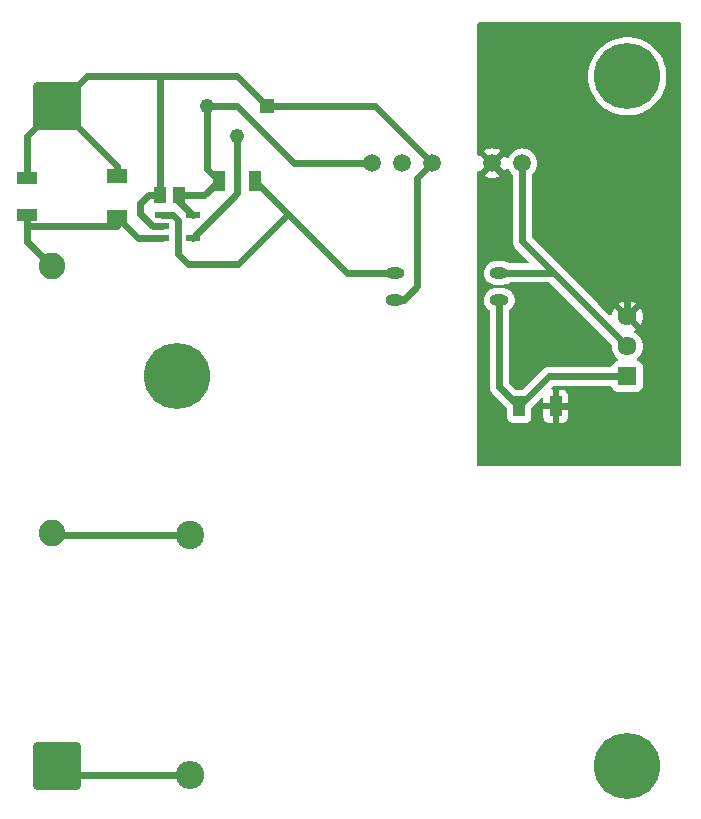
<source format=gbr>
%TF.GenerationSoftware,KiCad,Pcbnew,(6.0.8)*%
%TF.CreationDate,2023-01-11T15:10:28+01:00*%
%TF.ProjectId,TSAL_Voltage_Sensor,5453414c-5f56-46f6-9c74-6167655f5365,rev?*%
%TF.SameCoordinates,Original*%
%TF.FileFunction,Copper,L1,Top*%
%TF.FilePolarity,Positive*%
%FSLAX46Y46*%
G04 Gerber Fmt 4.6, Leading zero omitted, Abs format (unit mm)*
G04 Created by KiCad (PCBNEW (6.0.8)) date 2023-01-11 15:10:28*
%MOMM*%
%LPD*%
G01*
G04 APERTURE LIST*
G04 Aperture macros list*
%AMRoundRect*
0 Rectangle with rounded corners*
0 $1 Rounding radius*
0 $2 $3 $4 $5 $6 $7 $8 $9 X,Y pos of 4 corners*
0 Add a 4 corners polygon primitive as box body*
4,1,4,$2,$3,$4,$5,$6,$7,$8,$9,$2,$3,0*
0 Add four circle primitives for the rounded corners*
1,1,$1+$1,$2,$3*
1,1,$1+$1,$4,$5*
1,1,$1+$1,$6,$7*
1,1,$1+$1,$8,$9*
0 Add four rect primitives between the rounded corners*
20,1,$1+$1,$2,$3,$4,$5,0*
20,1,$1+$1,$4,$5,$6,$7,0*
20,1,$1+$1,$6,$7,$8,$9,0*
20,1,$1+$1,$8,$9,$2,$3,0*%
G04 Aperture macros list end*
%TA.AperFunction,ComponentPad*%
%ADD10R,1.217000X1.217000*%
%TD*%
%TA.AperFunction,ComponentPad*%
%ADD11C,1.217000*%
%TD*%
%TA.AperFunction,ComponentPad*%
%ADD12C,5.600000*%
%TD*%
%TA.AperFunction,SMDPad,CuDef*%
%ADD13R,1.700000X1.300000*%
%TD*%
%TA.AperFunction,SMDPad,CuDef*%
%ADD14O,1.600000X0.950000*%
%TD*%
%TA.AperFunction,SMDPad,CuDef*%
%ADD15R,1.150000X0.600000*%
%TD*%
%TA.AperFunction,SMDPad,CuDef*%
%ADD16R,1.050000X1.800000*%
%TD*%
%TA.AperFunction,ComponentPad*%
%ADD17R,1.610000X1.610000*%
%TD*%
%TA.AperFunction,ComponentPad*%
%ADD18C,1.610000*%
%TD*%
%TA.AperFunction,ComponentPad*%
%ADD19RoundRect,0.250000X-1.750000X-1.750000X1.750000X-1.750000X1.750000X1.750000X-1.750000X1.750000X0*%
%TD*%
%TA.AperFunction,SMDPad,CuDef*%
%ADD20R,1.800000X1.050000*%
%TD*%
%TA.AperFunction,ComponentPad*%
%ADD21C,2.250000*%
%TD*%
%TA.AperFunction,SMDPad,CuDef*%
%ADD22R,1.070000X1.470000*%
%TD*%
%TA.AperFunction,ComponentPad*%
%ADD23C,2.400000*%
%TD*%
%TA.AperFunction,ComponentPad*%
%ADD24O,2.400000X2.400000*%
%TD*%
%TA.AperFunction,ComponentPad*%
%ADD25C,1.500000*%
%TD*%
%TA.AperFunction,Conductor*%
%ADD26C,0.600000*%
%TD*%
G04 APERTURE END LIST*
D10*
%TO.P,RV1,1,CCW*%
%TO.N,0*%
X101600000Y-63500000D03*
D11*
%TO.P,RV1,2,WIPER*%
%TO.N,Net-(CP1-Pad4)*%
X99060000Y-66040000D03*
%TO.P,RV1,3,CW*%
%TO.N,+5V*%
X96520000Y-63500000D03*
%TD*%
D12*
%TO.P,REF\u002A\u002A,1*%
%TO.N,N/C*%
X93980000Y-86360000D03*
%TD*%
D13*
%TO.P,Z1,1*%
%TO.N,Net-(CP1-Pad3)*%
X88900000Y-72870000D03*
%TO.P,Z1,2*%
%TO.N,0*%
X88900000Y-69370000D03*
%TD*%
D12*
%TO.P,,1*%
%TO.N,N/C*%
X132080000Y-119380000D03*
%TD*%
D14*
%TO.P,K1,1,+_CONTROL*%
%TO.N,Comp*%
X112440000Y-77597000D03*
%TO.P,K1,2,-_CONTROL*%
%TO.N,0*%
X112440000Y-79883000D03*
%TO.P,K1,3,LOAD_1*%
%TO.N,Exit*%
X121240000Y-79883000D03*
%TO.P,K1,4,LOAD_2*%
%TO.N,+5VA*%
X121240000Y-77597000D03*
%TD*%
D15*
%TO.P,CP1,1,OUT*%
%TO.N,Comp*%
X92680000Y-72710000D03*
%TO.P,CP1,2,VCC-*%
%TO.N,0*%
X92680000Y-73660000D03*
%TO.P,CP1,3,IN-*%
%TO.N,Net-(CP1-Pad3)*%
X92680000Y-74610000D03*
%TO.P,CP1,4,IN+*%
%TO.N,Net-(CP1-Pad4)*%
X95280000Y-74610000D03*
%TO.P,CP1,5,VCC+*%
%TO.N,+5V*%
X95280000Y-72710000D03*
%TD*%
D16*
%TO.P,R7,1*%
%TO.N,GND*%
X126010000Y-88900000D03*
%TO.P,R7,2*%
%TO.N,Exit*%
X122910000Y-88900000D03*
%TD*%
D17*
%TO.P,J1,1,1*%
%TO.N,Exit*%
X132080000Y-86360000D03*
D18*
%TO.P,J1,2,2*%
%TO.N,+5VA*%
X132080000Y-83820000D03*
%TO.P,J1,3,3*%
%TO.N,GND*%
X132080000Y-81280000D03*
%TD*%
D19*
%TO.P,TP2,1,1*%
%TO.N,0*%
X83820000Y-63500000D03*
%TD*%
%TO.P,TP1,1,1*%
%TO.N,+BATT*%
X83820000Y-119380000D03*
%TD*%
D20*
%TO.P,R5,1*%
%TO.N,0*%
X81280000Y-69570000D03*
%TO.P,R5,2*%
%TO.N,Net-(CP1-Pad3)*%
X81280000Y-72670000D03*
%TD*%
D21*
%TO.P,F1,1*%
%TO.N,Net-(F1-Pad1)*%
X83339117Y-99600885D03*
%TO.P,F1,2*%
%TO.N,Net-(CP1-Pad3)*%
X83339117Y-77000885D03*
%TD*%
D16*
%TO.P,R6,1*%
%TO.N,Comp*%
X100585212Y-69799441D03*
%TO.P,R6,2*%
%TO.N,+5V*%
X97485212Y-69799441D03*
%TD*%
D22*
%TO.P,C1,1*%
%TO.N,0*%
X92507966Y-71013855D03*
%TO.P,C1,2*%
%TO.N,+5V*%
X94147966Y-71013855D03*
%TD*%
D12*
%TO.P,,1*%
%TO.N,N/C*%
X132080000Y-60960000D03*
%TD*%
D23*
%TO.P,R1,1*%
%TO.N,Net-(F1-Pad1)*%
X95085306Y-99757822D03*
D24*
%TO.P,R1,2*%
%TO.N,+BATT*%
X95085306Y-120077822D03*
%TD*%
D25*
%TO.P,PS1,1,VIN*%
%TO.N,+5VA*%
X123190000Y-68315000D03*
%TO.P,PS1,2,GND*%
%TO.N,GND*%
X120650000Y-68315000D03*
%TO.P,PS1,4,0V*%
%TO.N,0*%
X115570000Y-68315000D03*
%TO.P,PS1,5,NO_PIN*%
%TO.N,unconnected-(PS1-Pad5)*%
X113030000Y-68315000D03*
%TO.P,PS1,6,+VO*%
%TO.N,+5V*%
X110490000Y-68315000D03*
%TD*%
D26*
%TO.N,Comp*%
X103296306Y-72510535D02*
X100585212Y-69799441D01*
X94882187Y-76857634D02*
X99137991Y-76857634D01*
X92680000Y-72710000D02*
X93605000Y-72710000D01*
X103296306Y-72699319D02*
X103296306Y-72510535D01*
X112440000Y-77597000D02*
X108382771Y-77597000D01*
X93995868Y-75971315D02*
X94882187Y-76857634D01*
X93995868Y-73100868D02*
X93995868Y-75971315D01*
X99137991Y-76857634D02*
X103296306Y-72699319D01*
X93605000Y-72710000D02*
X93995868Y-73100868D01*
X108382771Y-77597000D02*
X100585212Y-69799441D01*
%TO.N,0*%
X110755000Y-63500000D02*
X115570000Y-68315000D01*
X114300000Y-78740000D02*
X113157000Y-79883000D01*
X88900000Y-68580000D02*
X88900000Y-69370000D01*
X92646125Y-60960000D02*
X86360000Y-60960000D01*
X113157000Y-79883000D02*
X112440000Y-79883000D01*
X91567565Y-70988805D02*
X92482916Y-70988805D01*
X83820000Y-63500000D02*
X88900000Y-68580000D01*
X83820000Y-63500000D02*
X81280000Y-66040000D01*
X92507966Y-61098159D02*
X92646125Y-60960000D01*
X101600000Y-63500000D02*
X99060000Y-60960000D01*
X115570000Y-68315000D02*
X114300000Y-69585000D01*
X92680000Y-73660000D02*
X91899028Y-73660000D01*
X86360000Y-60960000D02*
X83820000Y-63500000D01*
X81280000Y-66040000D02*
X81280000Y-69570000D01*
X92507966Y-71013855D02*
X92507966Y-61098159D01*
X114300000Y-69585000D02*
X114300000Y-78740000D01*
X90846148Y-72607120D02*
X90846148Y-71710222D01*
X99060000Y-60960000D02*
X92646125Y-60960000D01*
X91899028Y-73660000D02*
X90846148Y-72607120D01*
X90846148Y-71710222D02*
X91567565Y-70988805D01*
X101600000Y-63500000D02*
X110755000Y-63500000D01*
%TO.N,Net-(CP1-Pad3)*%
X88900000Y-72870000D02*
X90640000Y-74610000D01*
X88900000Y-73660000D02*
X81280000Y-73660000D01*
X81280000Y-72670000D02*
X81280000Y-73660000D01*
X88900000Y-72870000D02*
X88900000Y-73660000D01*
X83339117Y-77000885D02*
X81280000Y-74941768D01*
X81280000Y-74941768D02*
X81280000Y-72670000D01*
X90640000Y-74610000D02*
X92680000Y-74610000D01*
%TO.N,+5V*%
X96270798Y-71013855D02*
X97485212Y-69799441D01*
X110490000Y-68315000D02*
X103875000Y-68315000D01*
X94147966Y-71577966D02*
X95280000Y-72710000D01*
X99060000Y-63500000D02*
X96520000Y-63500000D01*
X94147966Y-71013855D02*
X96270798Y-71013855D01*
X96520000Y-63500000D02*
X96520000Y-68834229D01*
X103875000Y-68315000D02*
X99060000Y-63500000D01*
X96520000Y-68834229D02*
X97485212Y-69799441D01*
X94147966Y-71013855D02*
X94147966Y-71577966D01*
%TO.N,Exit*%
X121240000Y-79883000D02*
X121240000Y-87230000D01*
X132080000Y-86360000D02*
X125450000Y-86360000D01*
X121240000Y-87230000D02*
X122910000Y-88900000D01*
X125450000Y-86360000D02*
X122910000Y-88900000D01*
%TO.N,+5VA*%
X121240000Y-77597000D02*
X125857000Y-77597000D01*
X125857000Y-77597000D02*
X132080000Y-83820000D01*
X123190000Y-74930000D02*
X125857000Y-77597000D01*
X123190000Y-68315000D02*
X123190000Y-74930000D01*
%TO.N,GND*%
X127000000Y-66040000D02*
X132080000Y-71120000D01*
X132150000Y-88900000D02*
X134620000Y-86430000D01*
X134620000Y-86430000D02*
X134620000Y-83820000D01*
X121152500Y-67812500D02*
X122925000Y-66040000D01*
X122925000Y-66040000D02*
X127000000Y-66040000D01*
X134620000Y-83820000D02*
X132080000Y-81280000D01*
X120650000Y-68315000D02*
X121152500Y-67812500D01*
X132080000Y-71120000D02*
X132080000Y-81280000D01*
X126010000Y-88900000D02*
X132150000Y-88900000D01*
%TO.N,+BATT*%
X84517822Y-120077822D02*
X95085306Y-120077822D01*
%TO.N,Net-(CP1-Pad4)*%
X99060000Y-70830000D02*
X99060000Y-66040000D01*
X95280000Y-74610000D02*
X99060000Y-70830000D01*
%TO.N,Net-(F1-Pad1)*%
X95085306Y-99757822D02*
X83496054Y-99757822D01*
%TD*%
%TA.AperFunction,Conductor*%
%TO.N,GND*%
G36*
X136593621Y-56408502D02*
G01*
X136640114Y-56462158D01*
X136651500Y-56514500D01*
X136651500Y-93854000D01*
X136631498Y-93922121D01*
X136577842Y-93968614D01*
X136525500Y-93980000D01*
X119506000Y-93980000D01*
X119437879Y-93959998D01*
X119391386Y-93906342D01*
X119380000Y-93854000D01*
X119380000Y-79931292D01*
X119927608Y-79931292D01*
X119957486Y-80128848D01*
X119959689Y-80134835D01*
X119959689Y-80134836D01*
X119980113Y-80190348D01*
X120026477Y-80316361D01*
X120131765Y-80486172D01*
X120269047Y-80631344D01*
X120274271Y-80635002D01*
X120274277Y-80635007D01*
X120377770Y-80707473D01*
X120422099Y-80762930D01*
X120431500Y-80810686D01*
X120431500Y-87220786D01*
X120431493Y-87222106D01*
X120430549Y-87312221D01*
X120439711Y-87354597D01*
X120441769Y-87367163D01*
X120446603Y-87410255D01*
X120448919Y-87416906D01*
X120448920Y-87416910D01*
X120457633Y-87441930D01*
X120461796Y-87456742D01*
X120464987Y-87471498D01*
X120468881Y-87489510D01*
X120487208Y-87528813D01*
X120491990Y-87540589D01*
X120506255Y-87581552D01*
X120509989Y-87587527D01*
X120509990Y-87587530D01*
X120524027Y-87609995D01*
X120531366Y-87623512D01*
X120541049Y-87644276D01*
X120545538Y-87653902D01*
X120549855Y-87659467D01*
X120549856Y-87659469D01*
X120572106Y-87688153D01*
X120579402Y-87698612D01*
X120602374Y-87735376D01*
X120607334Y-87740371D01*
X120607335Y-87740372D01*
X120630976Y-87764179D01*
X120631561Y-87764804D01*
X120632078Y-87765470D01*
X120658066Y-87791458D01*
X120730185Y-87864082D01*
X120731222Y-87864740D01*
X120732451Y-87865843D01*
X121839595Y-88972986D01*
X121873620Y-89035298D01*
X121876500Y-89062081D01*
X121876500Y-89848134D01*
X121883255Y-89910316D01*
X121934385Y-90046705D01*
X122021739Y-90163261D01*
X122138295Y-90250615D01*
X122274684Y-90301745D01*
X122336866Y-90308500D01*
X123483134Y-90308500D01*
X123545316Y-90301745D01*
X123681705Y-90250615D01*
X123798261Y-90163261D01*
X123885615Y-90046705D01*
X123936745Y-89910316D01*
X123943500Y-89848134D01*
X123943500Y-89844669D01*
X124977001Y-89844669D01*
X124977371Y-89851490D01*
X124982895Y-89902352D01*
X124986521Y-89917604D01*
X125031676Y-90038054D01*
X125040214Y-90053649D01*
X125116715Y-90155724D01*
X125129276Y-90168285D01*
X125231351Y-90244786D01*
X125246946Y-90253324D01*
X125367394Y-90298478D01*
X125382649Y-90302105D01*
X125433514Y-90307631D01*
X125440328Y-90308000D01*
X125737885Y-90308000D01*
X125753124Y-90303525D01*
X125754329Y-90302135D01*
X125756000Y-90294452D01*
X125756000Y-90289884D01*
X126264000Y-90289884D01*
X126268475Y-90305123D01*
X126269865Y-90306328D01*
X126277548Y-90307999D01*
X126579669Y-90307999D01*
X126586490Y-90307629D01*
X126637352Y-90302105D01*
X126652604Y-90298479D01*
X126773054Y-90253324D01*
X126788649Y-90244786D01*
X126890724Y-90168285D01*
X126903285Y-90155724D01*
X126979786Y-90053649D01*
X126988324Y-90038054D01*
X127033478Y-89917606D01*
X127037105Y-89902351D01*
X127042631Y-89851486D01*
X127043000Y-89844672D01*
X127043000Y-89172115D01*
X127038525Y-89156876D01*
X127037135Y-89155671D01*
X127029452Y-89154000D01*
X126282115Y-89154000D01*
X126266876Y-89158475D01*
X126265671Y-89159865D01*
X126264000Y-89167548D01*
X126264000Y-90289884D01*
X125756000Y-90289884D01*
X125756000Y-89172115D01*
X125751525Y-89156876D01*
X125750135Y-89155671D01*
X125742452Y-89154000D01*
X124995116Y-89154000D01*
X124979877Y-89158475D01*
X124978672Y-89159865D01*
X124977001Y-89167548D01*
X124977001Y-89844669D01*
X123943500Y-89844669D01*
X123943500Y-89062081D01*
X123963502Y-88993961D01*
X123980405Y-88972987D01*
X124761905Y-88191487D01*
X124824217Y-88157461D01*
X124895032Y-88162526D01*
X124951868Y-88205073D01*
X124976679Y-88271593D01*
X124977000Y-88280582D01*
X124977000Y-88627885D01*
X124981475Y-88643124D01*
X124982865Y-88644329D01*
X124990548Y-88646000D01*
X125737885Y-88646000D01*
X125753124Y-88641525D01*
X125754329Y-88640135D01*
X125756000Y-88632452D01*
X125756000Y-88627885D01*
X126264000Y-88627885D01*
X126268475Y-88643124D01*
X126269865Y-88644329D01*
X126277548Y-88646000D01*
X127024884Y-88646000D01*
X127040123Y-88641525D01*
X127041328Y-88640135D01*
X127042999Y-88632452D01*
X127042999Y-87955331D01*
X127042629Y-87948510D01*
X127037105Y-87897648D01*
X127033479Y-87882396D01*
X126988324Y-87761946D01*
X126979786Y-87746351D01*
X126903285Y-87644276D01*
X126890724Y-87631715D01*
X126788649Y-87555214D01*
X126773054Y-87546676D01*
X126652606Y-87501522D01*
X126637351Y-87497895D01*
X126586486Y-87492369D01*
X126579672Y-87492000D01*
X126282115Y-87492000D01*
X126266876Y-87496475D01*
X126265671Y-87497865D01*
X126264000Y-87505548D01*
X126264000Y-88627885D01*
X125756000Y-88627885D01*
X125756000Y-87510116D01*
X125751525Y-87494877D01*
X125750135Y-87493672D01*
X125737087Y-87490834D01*
X125674775Y-87456809D01*
X125640749Y-87394498D01*
X125645813Y-87323682D01*
X125674774Y-87278618D01*
X125747987Y-87205405D01*
X125810299Y-87171379D01*
X125837082Y-87168500D01*
X130649318Y-87168500D01*
X130717439Y-87188502D01*
X130763932Y-87242158D01*
X130771901Y-87265354D01*
X130772401Y-87267459D01*
X130773255Y-87275316D01*
X130824385Y-87411705D01*
X130911739Y-87528261D01*
X131028295Y-87615615D01*
X131164684Y-87666745D01*
X131226866Y-87673500D01*
X132933134Y-87673500D01*
X132995316Y-87666745D01*
X133131705Y-87615615D01*
X133248261Y-87528261D01*
X133335615Y-87411705D01*
X133386745Y-87275316D01*
X133393500Y-87213134D01*
X133393500Y-85506866D01*
X133386745Y-85444684D01*
X133335615Y-85308295D01*
X133248261Y-85191739D01*
X133131705Y-85104385D01*
X132995316Y-85053255D01*
X132987460Y-85052402D01*
X132979778Y-85050575D01*
X132980427Y-85047847D01*
X132927209Y-85025723D01*
X132886793Y-84967352D01*
X132884351Y-84896398D01*
X132925033Y-84831789D01*
X132927526Y-84830043D01*
X133090043Y-84667526D01*
X133221869Y-84479258D01*
X133319001Y-84270959D01*
X133378486Y-84048958D01*
X133398517Y-83820000D01*
X133378486Y-83591042D01*
X133319001Y-83369041D01*
X133221869Y-83160742D01*
X133090043Y-82972474D01*
X132927526Y-82809957D01*
X132923018Y-82806800D01*
X132923015Y-82806798D01*
X132743768Y-82681288D01*
X132743766Y-82681287D01*
X132739259Y-82678131D01*
X132708781Y-82663919D01*
X132655496Y-82617002D01*
X132636035Y-82548725D01*
X132656577Y-82480765D01*
X132708781Y-82435529D01*
X132734023Y-82423758D01*
X132743513Y-82418280D01*
X132796640Y-82381080D01*
X132805014Y-82370604D01*
X132797945Y-82357156D01*
X131721922Y-81281132D01*
X132444408Y-81281132D01*
X132444539Y-81282966D01*
X132448790Y-81289580D01*
X133157881Y-81998670D01*
X133169651Y-82005097D01*
X133181665Y-81995803D01*
X133218277Y-81943515D01*
X133223760Y-81934020D01*
X133316206Y-81735770D01*
X133319952Y-81725478D01*
X133376567Y-81514186D01*
X133378470Y-81503391D01*
X133397536Y-81285475D01*
X133397536Y-81274525D01*
X133378470Y-81056609D01*
X133376567Y-81045814D01*
X133319952Y-80834522D01*
X133316206Y-80824230D01*
X133223760Y-80625980D01*
X133218277Y-80616485D01*
X133181080Y-80563362D01*
X133170603Y-80554987D01*
X133157157Y-80562054D01*
X132452021Y-81267189D01*
X132444408Y-81281132D01*
X131721922Y-81281132D01*
X131720790Y-81280000D01*
X131002121Y-80561332D01*
X130990349Y-80554904D01*
X130978333Y-80564200D01*
X130941723Y-80616485D01*
X130936240Y-80625980D01*
X130843794Y-80824230D01*
X130840048Y-80834522D01*
X130783433Y-81045814D01*
X130781529Y-81056610D01*
X130779213Y-81083090D01*
X130753350Y-81149209D01*
X130695847Y-81190849D01*
X130624960Y-81194790D01*
X130564597Y-81161205D01*
X129592789Y-80189397D01*
X131354987Y-80189397D01*
X131362054Y-80202843D01*
X132067189Y-80907979D01*
X132081132Y-80915592D01*
X132082966Y-80915461D01*
X132089580Y-80911210D01*
X132798671Y-80202118D01*
X132805098Y-80190348D01*
X132795802Y-80178333D01*
X132743513Y-80141720D01*
X132734023Y-80136241D01*
X132535770Y-80043794D01*
X132525478Y-80040048D01*
X132314186Y-79983433D01*
X132303391Y-79981530D01*
X132085475Y-79962464D01*
X132074525Y-79962464D01*
X131856609Y-79981530D01*
X131845814Y-79983433D01*
X131634522Y-80040048D01*
X131624230Y-80043794D01*
X131425980Y-80136240D01*
X131416485Y-80141723D01*
X131363362Y-80178920D01*
X131354987Y-80189397D01*
X129592789Y-80189397D01*
X126435234Y-77031842D01*
X126434306Y-77030905D01*
X126376157Y-76971525D01*
X126376156Y-76971524D01*
X126371229Y-76966493D01*
X126368390Y-76964663D01*
X126364919Y-76961527D01*
X124035405Y-74632013D01*
X124001379Y-74569701D01*
X123998500Y-74542918D01*
X123998500Y-69338477D01*
X124018502Y-69270356D01*
X124035405Y-69249382D01*
X124157749Y-69127038D01*
X124185377Y-69087582D01*
X124280899Y-68951162D01*
X124280900Y-68951160D01*
X124284056Y-68946653D01*
X124286379Y-68941671D01*
X124286382Y-68941666D01*
X124346081Y-68813640D01*
X124377120Y-68747076D01*
X124434115Y-68534371D01*
X124453307Y-68315000D01*
X124434115Y-68095629D01*
X124377120Y-67882924D01*
X124286498Y-67688583D01*
X124286382Y-67688334D01*
X124286379Y-67688329D01*
X124284056Y-67683347D01*
X124255345Y-67642343D01*
X124160908Y-67507473D01*
X124160906Y-67507470D01*
X124157749Y-67502962D01*
X124002038Y-67347251D01*
X123821654Y-67220944D01*
X123622076Y-67127880D01*
X123409371Y-67070885D01*
X123190000Y-67051693D01*
X122970629Y-67070885D01*
X122757924Y-67127880D01*
X122664562Y-67171415D01*
X122563334Y-67218618D01*
X122563329Y-67218621D01*
X122558347Y-67220944D01*
X122553840Y-67224100D01*
X122553838Y-67224101D01*
X122382473Y-67344092D01*
X122382470Y-67344094D01*
X122377962Y-67347251D01*
X122222251Y-67502962D01*
X122219094Y-67507470D01*
X122219092Y-67507473D01*
X122124655Y-67642343D01*
X122095944Y-67683347D01*
X122093621Y-67688329D01*
X122093618Y-67688334D01*
X122033919Y-67816360D01*
X121987002Y-67869645D01*
X121918724Y-67889106D01*
X121850764Y-67868564D01*
X121805529Y-67816360D01*
X121745946Y-67688583D01*
X121740466Y-67679093D01*
X121711589Y-67637851D01*
X121701113Y-67629477D01*
X121687666Y-67636545D01*
X121022021Y-68302189D01*
X121014408Y-68316132D01*
X121014539Y-68317966D01*
X121018790Y-68324580D01*
X121688391Y-68994180D01*
X121700161Y-69000607D01*
X121712176Y-68991311D01*
X121740466Y-68950907D01*
X121745946Y-68941417D01*
X121805529Y-68813640D01*
X121852446Y-68760355D01*
X121920724Y-68740894D01*
X121988684Y-68761436D01*
X122033919Y-68813640D01*
X122093618Y-68941666D01*
X122093621Y-68941671D01*
X122095944Y-68946653D01*
X122099100Y-68951160D01*
X122099101Y-68951162D01*
X122194624Y-69087582D01*
X122222251Y-69127038D01*
X122344595Y-69249382D01*
X122378621Y-69311694D01*
X122381500Y-69338477D01*
X122381500Y-74920786D01*
X122381493Y-74922106D01*
X122380549Y-75012221D01*
X122389711Y-75054597D01*
X122391769Y-75067163D01*
X122396603Y-75110255D01*
X122398919Y-75116906D01*
X122398920Y-75116910D01*
X122407633Y-75141930D01*
X122411796Y-75156742D01*
X122418881Y-75189510D01*
X122437208Y-75228813D01*
X122441990Y-75240589D01*
X122456255Y-75281552D01*
X122459989Y-75287527D01*
X122459990Y-75287530D01*
X122474027Y-75309995D01*
X122481366Y-75323512D01*
X122492559Y-75347514D01*
X122495538Y-75353902D01*
X122499855Y-75359467D01*
X122499856Y-75359469D01*
X122522106Y-75388153D01*
X122529402Y-75398612D01*
X122552374Y-75435376D01*
X122557334Y-75440371D01*
X122557335Y-75440372D01*
X122580976Y-75464179D01*
X122581561Y-75464804D01*
X122582078Y-75465470D01*
X122608067Y-75491459D01*
X122680185Y-75564082D01*
X122681222Y-75564740D01*
X122682451Y-75565843D01*
X123690013Y-76573405D01*
X123724039Y-76635717D01*
X123718974Y-76706532D01*
X123676427Y-76763368D01*
X123609907Y-76788179D01*
X123600918Y-76788500D01*
X122164769Y-76788500D01*
X122092499Y-76765713D01*
X122052519Y-76737719D01*
X122052515Y-76737717D01*
X122047284Y-76734054D01*
X121863914Y-76654702D01*
X121668334Y-76613844D01*
X121663478Y-76613589D01*
X121663439Y-76613587D01*
X121663423Y-76613587D01*
X121661771Y-76613500D01*
X120865066Y-76613500D01*
X120851933Y-76614834D01*
X120722566Y-76627974D01*
X120722562Y-76627975D01*
X120716220Y-76628619D01*
X120624898Y-76657238D01*
X120531651Y-76686460D01*
X120531650Y-76686461D01*
X120525560Y-76688369D01*
X120350809Y-76785235D01*
X120199104Y-76915261D01*
X120195197Y-76920298D01*
X120195195Y-76920300D01*
X120080555Y-77068093D01*
X120080553Y-77068096D01*
X120076643Y-77073137D01*
X119988429Y-77252411D01*
X119938065Y-77445762D01*
X119927608Y-77645292D01*
X119957486Y-77842848D01*
X120026477Y-78030361D01*
X120131765Y-78200172D01*
X120269047Y-78345344D01*
X120432716Y-78459946D01*
X120616086Y-78539298D01*
X120811666Y-78580156D01*
X120816522Y-78580411D01*
X120816561Y-78580413D01*
X120816577Y-78580413D01*
X120818229Y-78580500D01*
X121614934Y-78580500D01*
X121644230Y-78577524D01*
X121757434Y-78566026D01*
X121757438Y-78566025D01*
X121763780Y-78565381D01*
X121897042Y-78523619D01*
X121948349Y-78507540D01*
X121948350Y-78507539D01*
X121954440Y-78505631D01*
X122043465Y-78456284D01*
X122106581Y-78421298D01*
X122167667Y-78405500D01*
X125469918Y-78405500D01*
X125538039Y-78425502D01*
X125559013Y-78442405D01*
X130734025Y-83617417D01*
X130768051Y-83679729D01*
X130770451Y-83717493D01*
X130761483Y-83820000D01*
X130781514Y-84048958D01*
X130840999Y-84270959D01*
X130938131Y-84479258D01*
X131069957Y-84667526D01*
X131232474Y-84830043D01*
X131235007Y-84831817D01*
X131273921Y-84890305D01*
X131275047Y-84961293D01*
X131237616Y-85021621D01*
X131179494Y-85047515D01*
X131180222Y-85050575D01*
X131172540Y-85052402D01*
X131164684Y-85053255D01*
X131028295Y-85104385D01*
X130911739Y-85191739D01*
X130824385Y-85308295D01*
X130773255Y-85444684D01*
X130772402Y-85452540D01*
X130771901Y-85454646D01*
X130736684Y-85516292D01*
X130673729Y-85549113D01*
X130649318Y-85551500D01*
X125459164Y-85551500D01*
X125457845Y-85551493D01*
X125367779Y-85550550D01*
X125360893Y-85552039D01*
X125360891Y-85552039D01*
X125342313Y-85556056D01*
X125325414Y-85559710D01*
X125312835Y-85561770D01*
X125276741Y-85565818D01*
X125276738Y-85565819D01*
X125269745Y-85566603D01*
X125238068Y-85577634D01*
X125223258Y-85581796D01*
X125197378Y-85587391D01*
X125197374Y-85587392D01*
X125190489Y-85588881D01*
X125184105Y-85591858D01*
X125184099Y-85591860D01*
X125151193Y-85607204D01*
X125139384Y-85611999D01*
X125098448Y-85626255D01*
X125092476Y-85629987D01*
X125092469Y-85629990D01*
X125070005Y-85644027D01*
X125056488Y-85651366D01*
X125032481Y-85662561D01*
X125032477Y-85662563D01*
X125026098Y-85665538D01*
X124998184Y-85687190D01*
X124991844Y-85692108D01*
X124981395Y-85699397D01*
X124944624Y-85722374D01*
X124939625Y-85727339D01*
X124939623Y-85727340D01*
X124915815Y-85750983D01*
X124915192Y-85751566D01*
X124914530Y-85752079D01*
X124888682Y-85777927D01*
X124815918Y-85850185D01*
X124815259Y-85851223D01*
X124814153Y-85852456D01*
X123212013Y-87454595D01*
X123149701Y-87488621D01*
X123122918Y-87491500D01*
X122697082Y-87491500D01*
X122628961Y-87471498D01*
X122607987Y-87454595D01*
X122085405Y-86932013D01*
X122051379Y-86869701D01*
X122048500Y-86842918D01*
X122048500Y-80813712D01*
X122068502Y-80745591D01*
X122113416Y-80703509D01*
X122129191Y-80694765D01*
X122134040Y-80690609D01*
X122276052Y-80568891D01*
X122276053Y-80568890D01*
X122280896Y-80564739D01*
X122284805Y-80559700D01*
X122399445Y-80411907D01*
X122399447Y-80411904D01*
X122403357Y-80406863D01*
X122491571Y-80227589D01*
X122541935Y-80034238D01*
X122552392Y-79834708D01*
X122522514Y-79637152D01*
X122453523Y-79449639D01*
X122348235Y-79279828D01*
X122210953Y-79134656D01*
X122047284Y-79020054D01*
X121863914Y-78940702D01*
X121668334Y-78899844D01*
X121663478Y-78899589D01*
X121663439Y-78899587D01*
X121663423Y-78899587D01*
X121661771Y-78899500D01*
X120865066Y-78899500D01*
X120851933Y-78900834D01*
X120722566Y-78913974D01*
X120722562Y-78913975D01*
X120716220Y-78914619D01*
X120624898Y-78943238D01*
X120531651Y-78972460D01*
X120531650Y-78972461D01*
X120525560Y-78974369D01*
X120350809Y-79071235D01*
X120199104Y-79201261D01*
X120195197Y-79206298D01*
X120195195Y-79206300D01*
X120080555Y-79354093D01*
X120080553Y-79354096D01*
X120076643Y-79359137D01*
X119988429Y-79538411D01*
X119938065Y-79731762D01*
X119927608Y-79931292D01*
X119380000Y-79931292D01*
X119380000Y-69365161D01*
X119964393Y-69365161D01*
X119973687Y-69377175D01*
X120014088Y-69405464D01*
X120023584Y-69410947D01*
X120213113Y-69499326D01*
X120223405Y-69503072D01*
X120425401Y-69557196D01*
X120436196Y-69559099D01*
X120644525Y-69577326D01*
X120655475Y-69577326D01*
X120863804Y-69559099D01*
X120874599Y-69557196D01*
X121076595Y-69503072D01*
X121086887Y-69499326D01*
X121276416Y-69410947D01*
X121285912Y-69405464D01*
X121327148Y-69376590D01*
X121335523Y-69366112D01*
X121328457Y-69352668D01*
X120662811Y-68687021D01*
X120648868Y-68679408D01*
X120647034Y-68679539D01*
X120640420Y-68683790D01*
X119970820Y-69353391D01*
X119964393Y-69365161D01*
X119380000Y-69365161D01*
X119380000Y-69087582D01*
X119400002Y-69019461D01*
X119453658Y-68972968D01*
X119523932Y-68962864D01*
X119584671Y-68989160D01*
X119598887Y-69000523D01*
X119612334Y-68993455D01*
X120277979Y-68327811D01*
X120285592Y-68313868D01*
X120285461Y-68312034D01*
X120281210Y-68305420D01*
X119611609Y-67635820D01*
X119599839Y-67629393D01*
X119583101Y-67642343D01*
X119516983Y-67668206D01*
X119447378Y-67654218D01*
X119396385Y-67604819D01*
X119380000Y-67542686D01*
X119380000Y-67263887D01*
X119964477Y-67263887D01*
X119971545Y-67277334D01*
X120637189Y-67942979D01*
X120651132Y-67950592D01*
X120652966Y-67950461D01*
X120659580Y-67946210D01*
X121329180Y-67276609D01*
X121335607Y-67264839D01*
X121326313Y-67252825D01*
X121285912Y-67224536D01*
X121276416Y-67219053D01*
X121086887Y-67130674D01*
X121076595Y-67126928D01*
X120874599Y-67072804D01*
X120863804Y-67070901D01*
X120655475Y-67052674D01*
X120644525Y-67052674D01*
X120436196Y-67070901D01*
X120425401Y-67072804D01*
X120223405Y-67126928D01*
X120213113Y-67130674D01*
X120023583Y-67219054D01*
X120014093Y-67224534D01*
X119972851Y-67253411D01*
X119964477Y-67263887D01*
X119380000Y-67263887D01*
X119380000Y-60948434D01*
X128766661Y-60948434D01*
X128784792Y-61306340D01*
X128785329Y-61309695D01*
X128785330Y-61309701D01*
X128790316Y-61340828D01*
X128841470Y-61660195D01*
X128936033Y-62005859D01*
X129067374Y-62339288D01*
X129233957Y-62656582D01*
X129235858Y-62659411D01*
X129235864Y-62659421D01*
X129419569Y-62932800D01*
X129433834Y-62954029D01*
X129664665Y-63228150D01*
X129923751Y-63475738D01*
X130208061Y-63693897D01*
X130240056Y-63713350D01*
X130511355Y-63878303D01*
X130511360Y-63878306D01*
X130514270Y-63880075D01*
X130517358Y-63881521D01*
X130517357Y-63881521D01*
X130835710Y-64030649D01*
X130835720Y-64030653D01*
X130838794Y-64032093D01*
X130842012Y-64033195D01*
X130842015Y-64033196D01*
X131174615Y-64147071D01*
X131174623Y-64147073D01*
X131177838Y-64148174D01*
X131527435Y-64226959D01*
X131579728Y-64232917D01*
X131880114Y-64267142D01*
X131880122Y-64267142D01*
X131883497Y-64267527D01*
X131886901Y-64267545D01*
X131886904Y-64267545D01*
X132081227Y-64268562D01*
X132241857Y-64269403D01*
X132245243Y-64269053D01*
X132245245Y-64269053D01*
X132594932Y-64232917D01*
X132594941Y-64232916D01*
X132598324Y-64232566D01*
X132601657Y-64231852D01*
X132601660Y-64231851D01*
X132774186Y-64194864D01*
X132948727Y-64157446D01*
X133288968Y-64044922D01*
X133615066Y-63896311D01*
X133709052Y-63840506D01*
X133920262Y-63715099D01*
X133920267Y-63715096D01*
X133923207Y-63713350D01*
X134209786Y-63498180D01*
X134471451Y-63253319D01*
X134705140Y-62981630D01*
X134811750Y-62826512D01*
X134906190Y-62689101D01*
X134906195Y-62689094D01*
X134908120Y-62686292D01*
X134909732Y-62683298D01*
X134909737Y-62683290D01*
X135076395Y-62373772D01*
X135078017Y-62370760D01*
X135212842Y-62038724D01*
X135223142Y-62002568D01*
X135243527Y-61931006D01*
X135311020Y-61694070D01*
X135371401Y-61340828D01*
X135373511Y-61306340D01*
X135393168Y-60984928D01*
X135393278Y-60983131D01*
X135393359Y-60960000D01*
X135373979Y-60602159D01*
X135316066Y-60248505D01*
X135220297Y-59903173D01*
X135217243Y-59895497D01*
X135089052Y-59573369D01*
X135087793Y-59570205D01*
X135057768Y-59513498D01*
X134921702Y-59256513D01*
X134921698Y-59256506D01*
X134920103Y-59253494D01*
X134719190Y-58956746D01*
X134487403Y-58683432D01*
X134227454Y-58436750D01*
X133942384Y-58219585D01*
X133939472Y-58217828D01*
X133939467Y-58217825D01*
X133638443Y-58036236D01*
X133638437Y-58036233D01*
X133635528Y-58034478D01*
X133310475Y-57883593D01*
X133140751Y-57826145D01*
X132974255Y-57769789D01*
X132974250Y-57769788D01*
X132971028Y-57768697D01*
X132772681Y-57724724D01*
X132624493Y-57691871D01*
X132624487Y-57691870D01*
X132621158Y-57691132D01*
X132617769Y-57690758D01*
X132617764Y-57690757D01*
X132268338Y-57652180D01*
X132268333Y-57652180D01*
X132264957Y-57651807D01*
X132261558Y-57651801D01*
X132261557Y-57651801D01*
X132092080Y-57651505D01*
X131906592Y-57651182D01*
X131793413Y-57663277D01*
X131553639Y-57688901D01*
X131553631Y-57688902D01*
X131550256Y-57689263D01*
X131200117Y-57765606D01*
X130860271Y-57879317D01*
X130857178Y-57880739D01*
X130857177Y-57880740D01*
X130850974Y-57883593D01*
X130534694Y-58029066D01*
X130227193Y-58213101D01*
X130224467Y-58215163D01*
X130224465Y-58215164D01*
X130218620Y-58219585D01*
X129941367Y-58429270D01*
X129680559Y-58675043D01*
X129447819Y-58947546D01*
X129445900Y-58950358D01*
X129445897Y-58950363D01*
X129352624Y-59087097D01*
X129245871Y-59243591D01*
X129077077Y-59559714D01*
X128943411Y-59892218D01*
X128942491Y-59895492D01*
X128942489Y-59895497D01*
X128940332Y-59903173D01*
X128846437Y-60237213D01*
X128787290Y-60590663D01*
X128766661Y-60948434D01*
X119380000Y-60948434D01*
X119380000Y-56514500D01*
X119400002Y-56446379D01*
X119453658Y-56399886D01*
X119506000Y-56388500D01*
X136525500Y-56388500D01*
X136593621Y-56408502D01*
G37*
%TD.AperFunction*%
%TD*%
M02*

</source>
